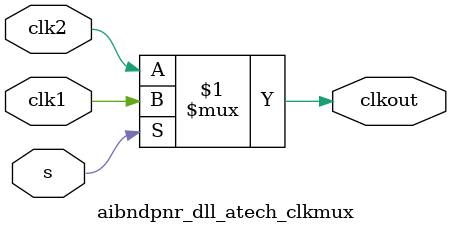
<source format=v>

module aibndpnr_dll_atech_clkmux

// IMPORTANT NOTICE: This clock mux behavioral model
// must be mapped to either a transmission gate mux
// or a pass gate mux in the standard cell library.
// Failure to comply will result in glitch hazards.

(
             input    wire   clk1,
             input    wire   clk2,
             input    wire   s,		// Select
             output   wire   clkout
);

assign clkout = s ? clk1 : clk2;	// 2:1 clock mux

endmodule

</source>
